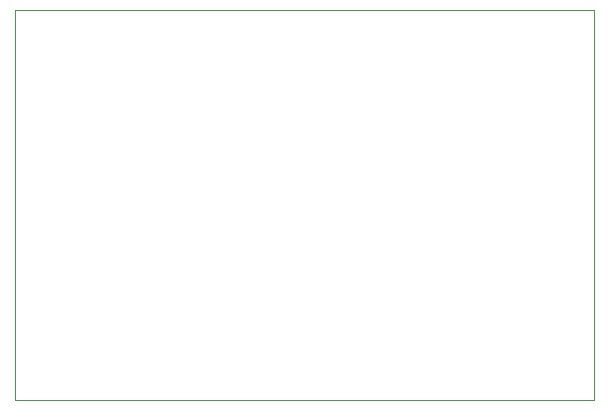
<source format=gko>
G04 #@! TF.FileFunction,Profile,NP*
%FSLAX46Y46*%
G04 Gerber Fmt 4.6, Leading zero omitted, Abs format (unit mm)*
G04 Created by KiCad (PCBNEW (after 2015-mar-04 BZR unknown)-product) date Thu 09 Apr 2015 03:29:38 PM EDT*
%MOMM*%
G01*
G04 APERTURE LIST*
%ADD10C,0.100000*%
G04 APERTURE END LIST*
D10*
X149000000Y-87500000D02*
X149000000Y-120500000D01*
X100000000Y-120500000D02*
X100000000Y-87500000D01*
X100000000Y-120500000D02*
X149000000Y-120500000D01*
X100000000Y-87500000D02*
X149000000Y-87500000D01*
M02*

</source>
